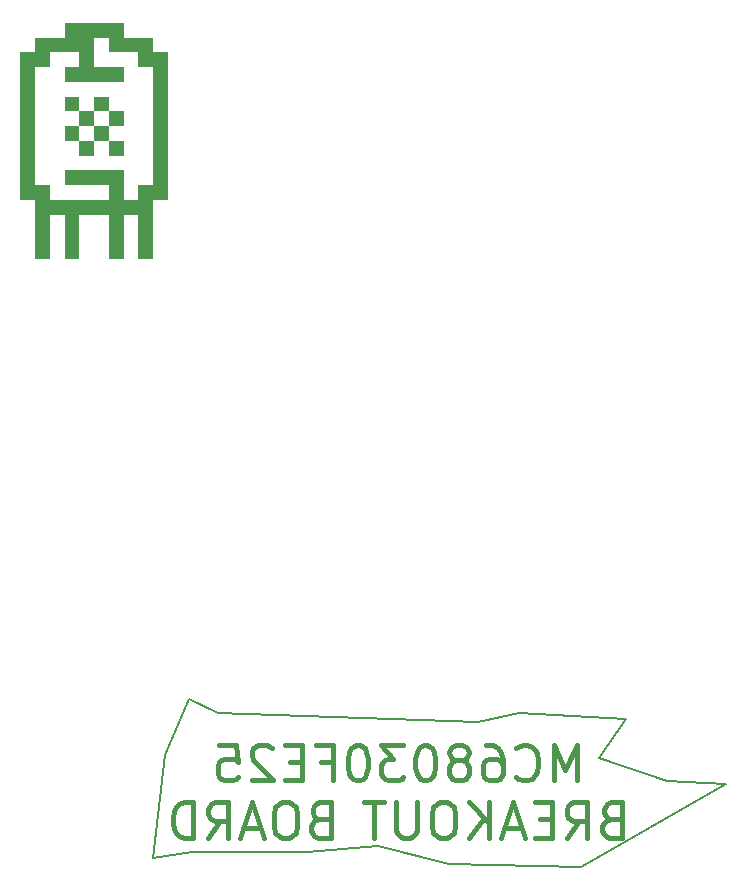
<source format=gbo>
%TF.GenerationSoftware,KiCad,Pcbnew,(6.99.0-961-gbc7742cb2e-dirty)*%
%TF.CreationDate,2022-02-17T15:33:51+00:00*%
%TF.ProjectId,68030_Breakout,36383033-305f-4427-9265-616b6f75742e,rev?*%
%TF.SameCoordinates,Original*%
%TF.FileFunction,Legend,Bot*%
%TF.FilePolarity,Positive*%
%FSLAX46Y46*%
G04 Gerber Fmt 4.6, Leading zero omitted, Abs format (unit mm)*
G04 Created by KiCad (PCBNEW (6.99.0-961-gbc7742cb2e-dirty)) date 2022-02-17 15:33:51*
%MOMM*%
%LPD*%
G01*
G04 APERTURE LIST*
%ADD10C,0.150000*%
%ADD11C,0.400000*%
G04 APERTURE END LIST*
D10*
X130257159Y-126709983D02*
X129257159Y-135459983D01*
X129257159Y-135459983D02*
X132507159Y-134959983D01*
X132507159Y-134959983D02*
X142257159Y-134959983D01*
X142257159Y-134959983D02*
X148257159Y-134459983D01*
X148257159Y-134459983D02*
X154257159Y-135959983D01*
X154257159Y-135959983D02*
X165507159Y-136209983D01*
X165507159Y-136209983D02*
X177757159Y-129209983D01*
X177757159Y-129209983D02*
X172757159Y-128959983D01*
X172757159Y-128959983D02*
X167007159Y-126959983D01*
X167007159Y-126959983D02*
X169257159Y-123709983D01*
X169257159Y-123709983D02*
X160257159Y-123209983D01*
X160257159Y-123209983D02*
X156757159Y-123959983D01*
X156757159Y-123959983D02*
X134757159Y-123209983D01*
X134757159Y-123209983D02*
X132257159Y-121959983D01*
X132257159Y-121959983D02*
X130257159Y-126709983D01*
D11*
X165150016Y-128887125D02*
X165150016Y-125887125D01*
X165150016Y-125887125D02*
X164150016Y-128029983D01*
X164150016Y-128029983D02*
X163150016Y-125887125D01*
X163150016Y-125887125D02*
X163150016Y-128887125D01*
X160007159Y-128601411D02*
X160150016Y-128744268D01*
X160150016Y-128744268D02*
X160578588Y-128887125D01*
X160578588Y-128887125D02*
X160864302Y-128887125D01*
X160864302Y-128887125D02*
X161292873Y-128744268D01*
X161292873Y-128744268D02*
X161578588Y-128458554D01*
X161578588Y-128458554D02*
X161721445Y-128172840D01*
X161721445Y-128172840D02*
X161864302Y-127601411D01*
X161864302Y-127601411D02*
X161864302Y-127172840D01*
X161864302Y-127172840D02*
X161721445Y-126601411D01*
X161721445Y-126601411D02*
X161578588Y-126315697D01*
X161578588Y-126315697D02*
X161292873Y-126029983D01*
X161292873Y-126029983D02*
X160864302Y-125887125D01*
X160864302Y-125887125D02*
X160578588Y-125887125D01*
X160578588Y-125887125D02*
X160150016Y-126029983D01*
X160150016Y-126029983D02*
X160007159Y-126172840D01*
X157435731Y-125887125D02*
X158007159Y-125887125D01*
X158007159Y-125887125D02*
X158292873Y-126029983D01*
X158292873Y-126029983D02*
X158435731Y-126172840D01*
X158435731Y-126172840D02*
X158721445Y-126601411D01*
X158721445Y-126601411D02*
X158864302Y-127172840D01*
X158864302Y-127172840D02*
X158864302Y-128315697D01*
X158864302Y-128315697D02*
X158721445Y-128601411D01*
X158721445Y-128601411D02*
X158578588Y-128744268D01*
X158578588Y-128744268D02*
X158292873Y-128887125D01*
X158292873Y-128887125D02*
X157721445Y-128887125D01*
X157721445Y-128887125D02*
X157435731Y-128744268D01*
X157435731Y-128744268D02*
X157292873Y-128601411D01*
X157292873Y-128601411D02*
X157150016Y-128315697D01*
X157150016Y-128315697D02*
X157150016Y-127601411D01*
X157150016Y-127601411D02*
X157292873Y-127315697D01*
X157292873Y-127315697D02*
X157435731Y-127172840D01*
X157435731Y-127172840D02*
X157721445Y-127029983D01*
X157721445Y-127029983D02*
X158292873Y-127029983D01*
X158292873Y-127029983D02*
X158578588Y-127172840D01*
X158578588Y-127172840D02*
X158721445Y-127315697D01*
X158721445Y-127315697D02*
X158864302Y-127601411D01*
X155435730Y-127172840D02*
X155721445Y-127029983D01*
X155721445Y-127029983D02*
X155864302Y-126887125D01*
X155864302Y-126887125D02*
X156007159Y-126601411D01*
X156007159Y-126601411D02*
X156007159Y-126458554D01*
X156007159Y-126458554D02*
X155864302Y-126172840D01*
X155864302Y-126172840D02*
X155721445Y-126029983D01*
X155721445Y-126029983D02*
X155435730Y-125887125D01*
X155435730Y-125887125D02*
X154864302Y-125887125D01*
X154864302Y-125887125D02*
X154578588Y-126029983D01*
X154578588Y-126029983D02*
X154435730Y-126172840D01*
X154435730Y-126172840D02*
X154292873Y-126458554D01*
X154292873Y-126458554D02*
X154292873Y-126601411D01*
X154292873Y-126601411D02*
X154435730Y-126887125D01*
X154435730Y-126887125D02*
X154578588Y-127029983D01*
X154578588Y-127029983D02*
X154864302Y-127172840D01*
X154864302Y-127172840D02*
X155435730Y-127172840D01*
X155435730Y-127172840D02*
X155721445Y-127315697D01*
X155721445Y-127315697D02*
X155864302Y-127458554D01*
X155864302Y-127458554D02*
X156007159Y-127744268D01*
X156007159Y-127744268D02*
X156007159Y-128315697D01*
X156007159Y-128315697D02*
X155864302Y-128601411D01*
X155864302Y-128601411D02*
X155721445Y-128744268D01*
X155721445Y-128744268D02*
X155435730Y-128887125D01*
X155435730Y-128887125D02*
X154864302Y-128887125D01*
X154864302Y-128887125D02*
X154578588Y-128744268D01*
X154578588Y-128744268D02*
X154435730Y-128601411D01*
X154435730Y-128601411D02*
X154292873Y-128315697D01*
X154292873Y-128315697D02*
X154292873Y-127744268D01*
X154292873Y-127744268D02*
X154435730Y-127458554D01*
X154435730Y-127458554D02*
X154578588Y-127315697D01*
X154578588Y-127315697D02*
X154864302Y-127172840D01*
X152435730Y-125887125D02*
X152150016Y-125887125D01*
X152150016Y-125887125D02*
X151864302Y-126029983D01*
X151864302Y-126029983D02*
X151721445Y-126172840D01*
X151721445Y-126172840D02*
X151578587Y-126458554D01*
X151578587Y-126458554D02*
X151435730Y-127029983D01*
X151435730Y-127029983D02*
X151435730Y-127744268D01*
X151435730Y-127744268D02*
X151578587Y-128315697D01*
X151578587Y-128315697D02*
X151721445Y-128601411D01*
X151721445Y-128601411D02*
X151864302Y-128744268D01*
X151864302Y-128744268D02*
X152150016Y-128887125D01*
X152150016Y-128887125D02*
X152435730Y-128887125D01*
X152435730Y-128887125D02*
X152721445Y-128744268D01*
X152721445Y-128744268D02*
X152864302Y-128601411D01*
X152864302Y-128601411D02*
X153007159Y-128315697D01*
X153007159Y-128315697D02*
X153150016Y-127744268D01*
X153150016Y-127744268D02*
X153150016Y-127029983D01*
X153150016Y-127029983D02*
X153007159Y-126458554D01*
X153007159Y-126458554D02*
X152864302Y-126172840D01*
X152864302Y-126172840D02*
X152721445Y-126029983D01*
X152721445Y-126029983D02*
X152435730Y-125887125D01*
X150435730Y-125887125D02*
X148578587Y-125887125D01*
X148578587Y-125887125D02*
X149578587Y-127029983D01*
X149578587Y-127029983D02*
X149150016Y-127029983D01*
X149150016Y-127029983D02*
X148864302Y-127172840D01*
X148864302Y-127172840D02*
X148721444Y-127315697D01*
X148721444Y-127315697D02*
X148578587Y-127601411D01*
X148578587Y-127601411D02*
X148578587Y-128315697D01*
X148578587Y-128315697D02*
X148721444Y-128601411D01*
X148721444Y-128601411D02*
X148864302Y-128744268D01*
X148864302Y-128744268D02*
X149150016Y-128887125D01*
X149150016Y-128887125D02*
X150007159Y-128887125D01*
X150007159Y-128887125D02*
X150292873Y-128744268D01*
X150292873Y-128744268D02*
X150435730Y-128601411D01*
X146721444Y-125887125D02*
X146435730Y-125887125D01*
X146435730Y-125887125D02*
X146150016Y-126029983D01*
X146150016Y-126029983D02*
X146007159Y-126172840D01*
X146007159Y-126172840D02*
X145864301Y-126458554D01*
X145864301Y-126458554D02*
X145721444Y-127029983D01*
X145721444Y-127029983D02*
X145721444Y-127744268D01*
X145721444Y-127744268D02*
X145864301Y-128315697D01*
X145864301Y-128315697D02*
X146007159Y-128601411D01*
X146007159Y-128601411D02*
X146150016Y-128744268D01*
X146150016Y-128744268D02*
X146435730Y-128887125D01*
X146435730Y-128887125D02*
X146721444Y-128887125D01*
X146721444Y-128887125D02*
X147007159Y-128744268D01*
X147007159Y-128744268D02*
X147150016Y-128601411D01*
X147150016Y-128601411D02*
X147292873Y-128315697D01*
X147292873Y-128315697D02*
X147435730Y-127744268D01*
X147435730Y-127744268D02*
X147435730Y-127029983D01*
X147435730Y-127029983D02*
X147292873Y-126458554D01*
X147292873Y-126458554D02*
X147150016Y-126172840D01*
X147150016Y-126172840D02*
X147007159Y-126029983D01*
X147007159Y-126029983D02*
X146721444Y-125887125D01*
X143435730Y-127315697D02*
X144435730Y-127315697D01*
X144435730Y-128887125D02*
X144435730Y-125887125D01*
X144435730Y-125887125D02*
X143007158Y-125887125D01*
X141864301Y-127315697D02*
X140864301Y-127315697D01*
X140435729Y-128887125D02*
X141864301Y-128887125D01*
X141864301Y-128887125D02*
X141864301Y-125887125D01*
X141864301Y-125887125D02*
X140435729Y-125887125D01*
X139292872Y-126172840D02*
X139150015Y-126029983D01*
X139150015Y-126029983D02*
X138864301Y-125887125D01*
X138864301Y-125887125D02*
X138150015Y-125887125D01*
X138150015Y-125887125D02*
X137864301Y-126029983D01*
X137864301Y-126029983D02*
X137721443Y-126172840D01*
X137721443Y-126172840D02*
X137578586Y-126458554D01*
X137578586Y-126458554D02*
X137578586Y-126744268D01*
X137578586Y-126744268D02*
X137721443Y-127172840D01*
X137721443Y-127172840D02*
X139435729Y-128887125D01*
X139435729Y-128887125D02*
X137578586Y-128887125D01*
X134864300Y-125887125D02*
X136292872Y-125887125D01*
X136292872Y-125887125D02*
X136435729Y-127315697D01*
X136435729Y-127315697D02*
X136292872Y-127172840D01*
X136292872Y-127172840D02*
X136007158Y-127029983D01*
X136007158Y-127029983D02*
X135292872Y-127029983D01*
X135292872Y-127029983D02*
X135007158Y-127172840D01*
X135007158Y-127172840D02*
X134864300Y-127315697D01*
X134864300Y-127315697D02*
X134721443Y-127601411D01*
X134721443Y-127601411D02*
X134721443Y-128315697D01*
X134721443Y-128315697D02*
X134864300Y-128601411D01*
X134864300Y-128601411D02*
X135007158Y-128744268D01*
X135007158Y-128744268D02*
X135292872Y-128887125D01*
X135292872Y-128887125D02*
X136007158Y-128887125D01*
X136007158Y-128887125D02*
X136292872Y-128744268D01*
X136292872Y-128744268D02*
X136435729Y-128601411D01*
X167978587Y-132175697D02*
X167550015Y-132318554D01*
X167550015Y-132318554D02*
X167407158Y-132461411D01*
X167407158Y-132461411D02*
X167264301Y-132747125D01*
X167264301Y-132747125D02*
X167264301Y-133175697D01*
X167264301Y-133175697D02*
X167407158Y-133461411D01*
X167407158Y-133461411D02*
X167550015Y-133604268D01*
X167550015Y-133604268D02*
X167835730Y-133747125D01*
X167835730Y-133747125D02*
X168978587Y-133747125D01*
X168978587Y-133747125D02*
X168978587Y-130747125D01*
X168978587Y-130747125D02*
X167978587Y-130747125D01*
X167978587Y-130747125D02*
X167692873Y-130889983D01*
X167692873Y-130889983D02*
X167550015Y-131032840D01*
X167550015Y-131032840D02*
X167407158Y-131318554D01*
X167407158Y-131318554D02*
X167407158Y-131604268D01*
X167407158Y-131604268D02*
X167550015Y-131889983D01*
X167550015Y-131889983D02*
X167692873Y-132032840D01*
X167692873Y-132032840D02*
X167978587Y-132175697D01*
X167978587Y-132175697D02*
X168978587Y-132175697D01*
X164264301Y-133747125D02*
X165264301Y-132318554D01*
X165978587Y-133747125D02*
X165978587Y-130747125D01*
X165978587Y-130747125D02*
X164835730Y-130747125D01*
X164835730Y-130747125D02*
X164550015Y-130889983D01*
X164550015Y-130889983D02*
X164407158Y-131032840D01*
X164407158Y-131032840D02*
X164264301Y-131318554D01*
X164264301Y-131318554D02*
X164264301Y-131747125D01*
X164264301Y-131747125D02*
X164407158Y-132032840D01*
X164407158Y-132032840D02*
X164550015Y-132175697D01*
X164550015Y-132175697D02*
X164835730Y-132318554D01*
X164835730Y-132318554D02*
X165978587Y-132318554D01*
X162978587Y-132175697D02*
X161978587Y-132175697D01*
X161550015Y-133747125D02*
X162978587Y-133747125D01*
X162978587Y-133747125D02*
X162978587Y-130747125D01*
X162978587Y-130747125D02*
X161550015Y-130747125D01*
X160407158Y-132889983D02*
X158978587Y-132889983D01*
X160692872Y-133747125D02*
X159692872Y-130747125D01*
X159692872Y-130747125D02*
X158692872Y-133747125D01*
X157692872Y-133747125D02*
X157692872Y-130747125D01*
X155978586Y-133747125D02*
X157264300Y-132032840D01*
X155978586Y-130747125D02*
X157692872Y-132461411D01*
X154121443Y-130747125D02*
X153550015Y-130747125D01*
X153550015Y-130747125D02*
X153264300Y-130889983D01*
X153264300Y-130889983D02*
X152978586Y-131175697D01*
X152978586Y-131175697D02*
X152835729Y-131747125D01*
X152835729Y-131747125D02*
X152835729Y-132747125D01*
X152835729Y-132747125D02*
X152978586Y-133318554D01*
X152978586Y-133318554D02*
X153264300Y-133604268D01*
X153264300Y-133604268D02*
X153550015Y-133747125D01*
X153550015Y-133747125D02*
X154121443Y-133747125D01*
X154121443Y-133747125D02*
X154407158Y-133604268D01*
X154407158Y-133604268D02*
X154692872Y-133318554D01*
X154692872Y-133318554D02*
X154835729Y-132747125D01*
X154835729Y-132747125D02*
X154835729Y-131747125D01*
X154835729Y-131747125D02*
X154692872Y-131175697D01*
X154692872Y-131175697D02*
X154407158Y-130889983D01*
X154407158Y-130889983D02*
X154121443Y-130747125D01*
X151550015Y-130747125D02*
X151550015Y-133175697D01*
X151550015Y-133175697D02*
X151407158Y-133461411D01*
X151407158Y-133461411D02*
X151264301Y-133604268D01*
X151264301Y-133604268D02*
X150978586Y-133747125D01*
X150978586Y-133747125D02*
X150407158Y-133747125D01*
X150407158Y-133747125D02*
X150121443Y-133604268D01*
X150121443Y-133604268D02*
X149978586Y-133461411D01*
X149978586Y-133461411D02*
X149835729Y-133175697D01*
X149835729Y-133175697D02*
X149835729Y-130747125D01*
X148835729Y-130747125D02*
X147121444Y-130747125D01*
X147978586Y-133747125D02*
X147978586Y-130747125D01*
X143321444Y-132175697D02*
X142892872Y-132318554D01*
X142892872Y-132318554D02*
X142750015Y-132461411D01*
X142750015Y-132461411D02*
X142607158Y-132747125D01*
X142607158Y-132747125D02*
X142607158Y-133175697D01*
X142607158Y-133175697D02*
X142750015Y-133461411D01*
X142750015Y-133461411D02*
X142892872Y-133604268D01*
X142892872Y-133604268D02*
X143178587Y-133747125D01*
X143178587Y-133747125D02*
X144321444Y-133747125D01*
X144321444Y-133747125D02*
X144321444Y-130747125D01*
X144321444Y-130747125D02*
X143321444Y-130747125D01*
X143321444Y-130747125D02*
X143035730Y-130889983D01*
X143035730Y-130889983D02*
X142892872Y-131032840D01*
X142892872Y-131032840D02*
X142750015Y-131318554D01*
X142750015Y-131318554D02*
X142750015Y-131604268D01*
X142750015Y-131604268D02*
X142892872Y-131889983D01*
X142892872Y-131889983D02*
X143035730Y-132032840D01*
X143035730Y-132032840D02*
X143321444Y-132175697D01*
X143321444Y-132175697D02*
X144321444Y-132175697D01*
X140750015Y-130747125D02*
X140178587Y-130747125D01*
X140178587Y-130747125D02*
X139892872Y-130889983D01*
X139892872Y-130889983D02*
X139607158Y-131175697D01*
X139607158Y-131175697D02*
X139464301Y-131747125D01*
X139464301Y-131747125D02*
X139464301Y-132747125D01*
X139464301Y-132747125D02*
X139607158Y-133318554D01*
X139607158Y-133318554D02*
X139892872Y-133604268D01*
X139892872Y-133604268D02*
X140178587Y-133747125D01*
X140178587Y-133747125D02*
X140750015Y-133747125D01*
X140750015Y-133747125D02*
X141035730Y-133604268D01*
X141035730Y-133604268D02*
X141321444Y-133318554D01*
X141321444Y-133318554D02*
X141464301Y-132747125D01*
X141464301Y-132747125D02*
X141464301Y-131747125D01*
X141464301Y-131747125D02*
X141321444Y-131175697D01*
X141321444Y-131175697D02*
X141035730Y-130889983D01*
X141035730Y-130889983D02*
X140750015Y-130747125D01*
X138321444Y-132889983D02*
X136892873Y-132889983D01*
X138607158Y-133747125D02*
X137607158Y-130747125D01*
X137607158Y-130747125D02*
X136607158Y-133747125D01*
X133892872Y-133747125D02*
X134892872Y-132318554D01*
X135607158Y-133747125D02*
X135607158Y-130747125D01*
X135607158Y-130747125D02*
X134464301Y-130747125D01*
X134464301Y-130747125D02*
X134178586Y-130889983D01*
X134178586Y-130889983D02*
X134035729Y-131032840D01*
X134035729Y-131032840D02*
X133892872Y-131318554D01*
X133892872Y-131318554D02*
X133892872Y-131747125D01*
X133892872Y-131747125D02*
X134035729Y-132032840D01*
X134035729Y-132032840D02*
X134178586Y-132175697D01*
X134178586Y-132175697D02*
X134464301Y-132318554D01*
X134464301Y-132318554D02*
X135607158Y-132318554D01*
X132607158Y-133747125D02*
X132607158Y-130747125D01*
X132607158Y-130747125D02*
X131892872Y-130747125D01*
X131892872Y-130747125D02*
X131464301Y-130889983D01*
X131464301Y-130889983D02*
X131178586Y-131175697D01*
X131178586Y-131175697D02*
X131035729Y-131461411D01*
X131035729Y-131461411D02*
X130892872Y-132032840D01*
X130892872Y-132032840D02*
X130892872Y-132461411D01*
X130892872Y-132461411D02*
X131035729Y-133032840D01*
X131035729Y-133032840D02*
X131178586Y-133318554D01*
X131178586Y-133318554D02*
X131464301Y-133604268D01*
X131464301Y-133604268D02*
X131892872Y-133747125D01*
X131892872Y-133747125D02*
X132607158Y-133747125D01*
%TO.C,G\u002A\u002A\u002A*%
G36*
X129245333Y-79745334D02*
G01*
X129245333Y-84740667D01*
X127975333Y-84740667D01*
X127975333Y-81015334D01*
X126790000Y-81015334D01*
X126790000Y-84740667D01*
X125520000Y-84740667D01*
X125520000Y-81015334D01*
X122980000Y-81015334D01*
X122980000Y-84740667D01*
X121794666Y-84740667D01*
X121794666Y-81015334D01*
X120524666Y-81015334D01*
X120524666Y-84740667D01*
X119254666Y-84740667D01*
X119254666Y-79745334D01*
X117984666Y-79745334D01*
X117984666Y-78475334D01*
X119254666Y-78475334D01*
X120524666Y-78475334D01*
X120524666Y-79745334D01*
X125520000Y-79745334D01*
X125520000Y-78475334D01*
X121794666Y-78475334D01*
X121794666Y-77205334D01*
X126790000Y-77205334D01*
X126790000Y-79745334D01*
X127975333Y-79745334D01*
X127975333Y-78475334D01*
X129245333Y-78475334D01*
X129245333Y-68484667D01*
X127975333Y-68484667D01*
X127975333Y-67214667D01*
X125520000Y-67214667D01*
X125520000Y-66029334D01*
X124250000Y-66029334D01*
X124250000Y-68484667D01*
X126790000Y-68484667D01*
X126790000Y-69754667D01*
X121794666Y-69754667D01*
X121794666Y-68484667D01*
X122980000Y-68484667D01*
X122980000Y-67214667D01*
X120524666Y-67214667D01*
X120524666Y-68484667D01*
X119254666Y-68484667D01*
X119254666Y-78475334D01*
X117984666Y-78475334D01*
X117984666Y-67214667D01*
X119254666Y-67214667D01*
X119254666Y-66029334D01*
X121794666Y-66029334D01*
X121794666Y-64759334D01*
X126790000Y-64759334D01*
X126790000Y-66029334D01*
X129245333Y-66029334D01*
X129245333Y-67214667D01*
X130515333Y-67214667D01*
X130515333Y-79745334D01*
X129245333Y-79745334D01*
G37*
G36*
X126790000Y-76020000D02*
G01*
X125520000Y-76020000D01*
X125520000Y-74750000D01*
X126790000Y-74750000D01*
X126790000Y-76020000D01*
G37*
G36*
X124250000Y-76020000D02*
G01*
X122980000Y-76020000D01*
X122980000Y-74750000D01*
X124250000Y-74750000D01*
X124250000Y-76020000D01*
G37*
G36*
X122980000Y-74750000D02*
G01*
X121794666Y-74750000D01*
X121794666Y-73480000D01*
X122980000Y-73480000D01*
X122980000Y-74750000D01*
G37*
G36*
X122980000Y-72210000D02*
G01*
X121794666Y-72210000D01*
X121794666Y-71024667D01*
X122980000Y-71024667D01*
X122980000Y-72210000D01*
G37*
G36*
X125520000Y-72210000D02*
G01*
X124250000Y-72210000D01*
X124250000Y-73480000D01*
X125520000Y-73480000D01*
X125520000Y-74750000D01*
X124250000Y-74750000D01*
X124250000Y-73480000D01*
X122980000Y-73480000D01*
X122980000Y-72210000D01*
X124250000Y-72210000D01*
X124250000Y-71024667D01*
X125520000Y-71024667D01*
X125520000Y-72210000D01*
G37*
G36*
X126790000Y-72210000D02*
G01*
X126790000Y-73480000D01*
X125520000Y-73480000D01*
X125520000Y-72210000D01*
X126790000Y-72210000D01*
G37*
%TD*%
M02*

</source>
